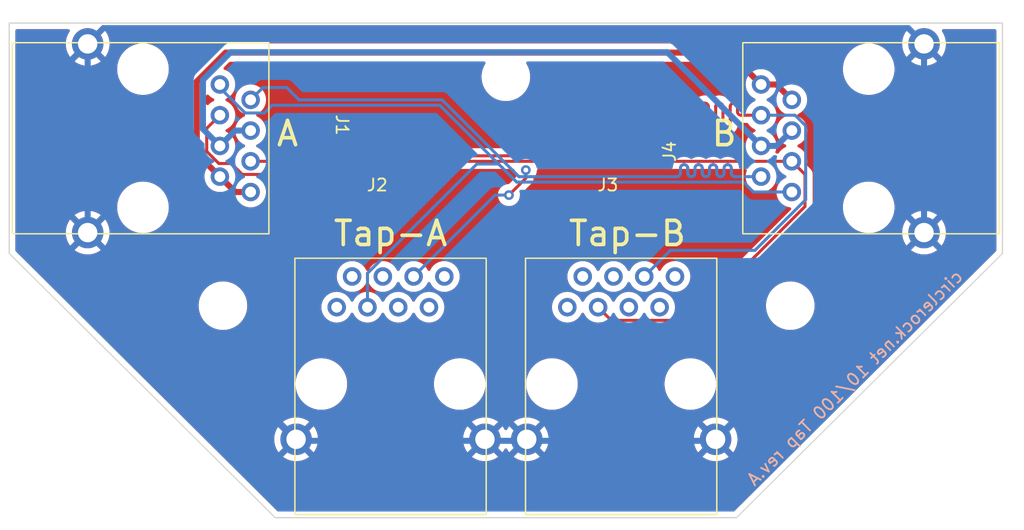
<source format=kicad_pcb>
(kicad_pcb (version 20211014) (generator pcbnew)
  (layers (0 "F.Cu" signal) (31 "B.Cu" signal) (34 "B.Paste" user) (35 "F.Paste" user) (36 "B.SilkS" user "B.Silkscreen") (37 "F.SilkS" user "F.Silkscreen") (38 "B.Mask" user) (39 "F.Mask" user) (44 "Edge.Cuts" user))
  (net 0 "")
  (net 1 "Net-(J1-Pad1)")
  (net 2 "Net-(J1-Pad2)")
  (net 3 "Net-(J1-Pad3)")
  (net 4 "Net-(J1-Pad4)")
  (net 5 "Net-(J1-Pad6)")
  (net 6 "Net-(J1-Pad7)")
  (net 7 "GND")
  (footprint "ProjectSpecificParts:Bel Fuse SS-90000-011" (layer "F.Cu") (at 109.728 40.132 -90)
    (fp_text reference "J1" (at -1.1 -10.1 -90 unlocked) (layer "F.SilkS"))
    (fp_text value "Device_A")
    (fp_rect (start -7.9 17.15) (end 7.9 -4.05) (layer "F.SilkS") (width 0.12) (fill none))
    (pad "" np_thru_hole circle (at -5.715 6.35 270) (size 3.25 3.25) (drill 3.25) (layers F&B.Cu *.Mask))
    (pad "" np_thru_hole circle (at 5.715 6.35 270) (size 3.25 3.25) (drill 3.25) (layers F&B.Cu *.Mask))
    (pad "1" thru_hole circle (at -4.445 0 270) (size 1.524 1.524) (drill 0.9) (layers *.Cu *.Mask) (net 1 "Net-(J1-Pad1)"))
    (pad "2" thru_hole circle (at -3.175 -2.54 270) (size 1.524 1.524) (drill 0.9) (layers *.Cu *.Mask) (net 2 "Net-(J1-Pad2)"))
    (pad "3" thru_hole circle (at -1.905 0 270) (size 1.524 1.524) (drill 0.9) (layers *.Cu *.Mask) (net 3 "Net-(J1-Pad3)"))
    (pad "4" thru_hole circle (at -0.635 -2.54 270) (size 1.524 1.524) (drill 0.9) (layers *.Cu *.Mask) (net 4 "Net-(J1-Pad4)"))
    (pad "5" thru_hole circle (at 0.635 0 270) (size 1.524 1.524) (drill 0.9) (layers *.Cu *.Mask) (net 4 "Net-(J1-Pad4)"))
    (pad "6" thru_hole circle (at 1.905 -2.54 270) (size 1.524 1.524) (drill 0.9) (layers *.Cu *.Mask) (net 5 "Net-(J1-Pad6)"))
    (pad "7" thru_hole circle (at 3.175 0 270) (size 1.524 1.524) (drill 0.9) (layers *.Cu *.Mask) (net 6 "Net-(J1-Pad7)"))
    (pad "8" thru_hole circle (at 4.445 -2.54 270) (size 1.524 1.524) (drill 0.9) (layers *.Cu *.Mask) (net 6 "Net-(J1-Pad7)"))
    (pad "SH" thru_hole circle (at 7.8 10.92 270) (size 2.6 2.6) (drill 1.6) (layers *.Cu *.Mask) (net 7 "GND"))
    (pad "SH" thru_hole circle (at -7.8 10.92) (size 2.6 2.6) (drill 1.6) (layers *.Cu *.Mask) (net 7 "GND"))
  )
  (footprint "MountingHole:MountingHole_3mm" (layer "F.Cu") (at 109.982 53.975)
    (fp_text reference "REF**" hide)
    (fp_text value "MountingHole_3mm")
    (pad "" np_thru_hole circle (at 0 0) (size 3 3) (drill 3) (layers *.Cu *.Mask))
  )
  (footprint "ProjectSpecificParts:Bel Fuse SS-90000-011" (layer "F.Cu") (at 156.972 40.132 90)
    (fp_text reference "J4" (at -1.1 -10.1 90 unlocked) (layer "F.SilkS"))
    (fp_text value "Device_B")
    (fp_rect (start -7.9 17.15) (end 7.9 -4.05) (layer "F.SilkS") (width 0.12) (fill none))
    (pad "" np_thru_hole circle (at -5.715 6.35 90) (size 3.25 3.25) (drill 3.25) (layers F&B.Cu *.Mask))
    (pad "" np_thru_hole circle (at 5.715 6.35 90) (size 3.25 3.25) (drill 3.25) (layers F&B.Cu *.Mask))
    (pad "1" thru_hole circle (at -4.445 0 90) (size 1.524 1.524) (drill 0.9) (layers *.Cu *.Mask) (net 1 "Net-(J1-Pad1)"))
    (pad "2" thru_hole circle (at -3.175 -2.54 90) (size 1.524 1.524) (drill 0.9) (layers *.Cu *.Mask) (net 2 "Net-(J1-Pad2)"))
    (pad "3" thru_hole circle (at -1.905 0 90) (size 1.524 1.524) (drill 0.9) (layers *.Cu *.Mask) (net 3 "Net-(J1-Pad3)"))
    (pad "4" thru_hole circle (at -0.635 -2.54 90) (size 1.524 1.524) (drill 0.9) (layers *.Cu *.Mask) (net 4 "Net-(J1-Pad4)"))
    (pad "5" thru_hole circle (at 0.635 0 90) (size 1.524 1.524) (drill 0.9) (layers *.Cu *.Mask) (net 4 "Net-(J1-Pad4)"))
    (pad "6" thru_hole circle (at 1.905 -2.54 90) (size 1.524 1.524) (drill 0.9) (layers *.Cu *.Mask) (net 5 "Net-(J1-Pad6)"))
    (pad "7" thru_hole circle (at 3.175 0 90) (size 1.524 1.524) (drill 0.9) (layers *.Cu *.Mask) (net 6 "Net-(J1-Pad7)"))
    (pad "8" thru_hole circle (at 4.445 -2.54 90) (size 1.524 1.524) (drill 0.9) (layers *.Cu *.Mask) (net 6 "Net-(J1-Pad7)"))
    (pad "SH" thru_hole circle (at -7.8 10.92 180) (size 2.6 2.6) (drill 1.6) (layers *.Cu *.Mask) (net 7 "GND"))
    (pad "SH" thru_hole circle (at 7.8 10.92 90) (size 2.6 2.6) (drill 1.6) (layers *.Cu *.Mask) (net 7 "GND"))
  )
  (footprint "MountingHole:MountingHole_3mm" (layer "F.Cu") (at 156.845 54.102)
    (fp_text reference "REF**" hide)
    (fp_text value "MountingHole_3mm")
    (pad "" np_thru_hole circle (at 0 0) (size 3 3) (drill 3) (layers F&B.Cu *.Mask))
  )
  (footprint "ProjectSpecificParts:Bel Fuse SS-90000-011" (layer "F.Cu") (at 123.825 54.102)
    (fp_text reference "J2" (at -1.1 -10.1 unlocked) (layer "F.SilkS"))
    (fp_text value "Sniff_A")
    (fp_rect (start -7.9 17.15) (end 7.9 -4.05) (layer "F.SilkS") (width 0.12) (fill none))
    (pad "" np_thru_hole circle (at 5.715 6.35) (size 3.25 3.25) (drill 3.25) (layers F&B.Cu *.Mask))
    (pad "" np_thru_hole circle (at -5.715 6.35) (size 3.25 3.25) (drill 3.25) (layers F&B.Cu *.Mask))
    (pad "1" thru_hole circle (at -4.445 0) (size 1.524 1.524) (drill 0.9) (layers *.Cu *.Mask))
    (pad "2" thru_hole circle (at -3.175 -2.54) (size 1.524 1.524) (drill 0.9) (layers *.Cu *.Mask))
    (pad "3" thru_hole circle (at -1.905 0) (size 1.524 1.524) (drill 0.9) (layers *.Cu *.Mask) (net 1 "Net-(J1-Pad1)"))
    (pad "4" thru_hole circle (at -0.635 -2.54) (size 1.524 1.524) (drill 0.9) (layers *.Cu *.Mask))
    (pad "5" thru_hole circle (at 0.635 0) (size 1.524 1.524) (drill 0.9) (layers *.Cu *.Mask))
    (pad "6" thru_hole circle (at 1.905 -2.54) (size 1.524 1.524) (drill 0.9) (layers *.Cu *.Mask) (net 2 "Net-(J1-Pad2)"))
    (pad "7" thru_hole circle (at 3.175 0) (size 1.524 1.524) (drill 0.9) (layers *.Cu *.Mask))
    (pad "8" thru_hole circle (at 4.445 -2.54) (size 1.524 1.524) (drill 0.9) (layers *.Cu *.Mask))
    (pad "SH" thru_hole circle (at -7.8 10.92 90) (size 2.6 2.6) (drill 1.6) (layers *.Cu *.Mask) (net 7 "GND"))
    (pad "SH" thru_hole circle (at 7.8 10.92) (size 2.6 2.6) (drill 1.6) (layers *.Cu *.Mask) (net 7 "GND"))
  )
  (footprint "ProjectSpecificParts:Bel Fuse SS-90000-011" (layer "F.Cu") (at 142.875 54.102)
    (fp_text reference "J3" (at -1.1 -10.1 unlocked) (layer "F.SilkS"))
    (fp_text value "Sniff_B")
    (fp_rect (start -7.9 17.15) (end 7.9 -4.05) (layer "F.SilkS") (width 0.12) (fill none))
    (pad "" np_thru_hole circle (at 5.715 6.35) (size 3.25 3.25) (drill 3.25) (layers F&B.Cu *.Mask))
    (pad "" np_thru_hole circle (at -5.715 6.35) (size 3.25 3.25) (drill 3.25) (layers F&B.Cu *.Mask))
    (pad "1" thru_hole circle (at -4.445 0) (size 1.524 1.524) (drill 0.9) (layers *.Cu *.Mask))
    (pad "2" thru_hole circle (at -3.175 -2.54) (size 1.524 1.524) (drill 0.9) (layers *.Cu *.Mask))
    (pad "3" thru_hole circle (at -1.905 0) (size 1.524 1.524) (drill 0.9) (layers *.Cu *.Mask) (net 3 "Net-(J1-Pad3)"))
    (pad "4" thru_hole circle (at -0.635 -2.54) (size 1.524 1.524) (drill 0.9) (layers *.Cu *.Mask))
    (pad "5" thru_hole circle (at 0.635 0) (size 1.524 1.524) (drill 0.9) (layers *.Cu *.Mask))
    (pad "6" thru_hole circle (at 1.905 -2.54) (size 1.524 1.524) (drill 0.9) (layers *.Cu *.Mask) (net 5 "Net-(J1-Pad6)"))
    (pad "7" thru_hole circle (at 3.175 0) (size 1.524 1.524) (drill 0.9) (layers *.Cu *.Mask))
    (pad "8" thru_hole circle (at 4.445 -2.54) (size 1.524 1.524) (drill 0.9) (layers *.Cu *.Mask))
    (pad "SH" thru_hole circle (at 7.8 10.92) (size 2.6 2.6) (drill 1.6) (layers *.Cu *.Mask) (net 7 "GND"))
    (pad "SH" thru_hole circle (at -7.8 10.92 90) (size 2.6 2.6) (drill 1.6) (layers *.Cu *.Mask) (net 7 "GND"))
  )
  (footprint "MountingHole:MountingHole_3mm" (layer "F.Cu") (at 133.35 35.179)
    (fp_text reference "REF**" hide)
    (fp_text value "MountingHole_3mm")
    (pad "" np_thru_hole circle (at 0 0) (size 3 3) (drill 3) (layers F&B.Cu *.Mask))
  )
  (gr_line (start 92.329 30.607) (end 92.329 49.657) (layer "Edge.Cuts") (width 0.1))
  (gr_line (start 152.4 71.501) (end 174.371 49.657) (layer "Edge.Cuts") (width 0.1))
  (gr_line (start 92.329 49.657) (end 114.3 71.501) (layer "Edge.Cuts") (width 0.1))
  (gr_line (start 174.371 49.657) (end 174.371 30.607) (layer "Edge.Cuts") (width 0.1))
  (gr_line (start 174.371 30.607) (end 92.329 30.607) (layer "Edge.Cuts") (width 0.1))
  (gr_line (start 114.3 71.501) (end 152.4 71.501) (layer "Edge.Cuts") (width 0.1))
  (gr_text "circlerock.net 10/100 Tap rev.A" (at 162.179 59.944 45) (layer "B.SilkS") (effects (font (size 1 1)) (justify mirror)))
  (gr_text "A" (at 115.316 39.751) (layer "F.SilkS") (effects (font (size 2 2) (thickness 0.3))))
  (gr_text "Tap-B" (at 143.383 48.006) (layer "F.SilkS") (effects (font (size 2 2) (thickness 0.3))))
  (gr_text "Tap-A" (at 123.825 48.006) (layer "F.SilkS") (effects (font (size 2 2) (thickness 0.3))))
  (gr_text "B" (at 151.384 39.751) (layer "F.SilkS") (effects (font (size 2 2) (thickness 0.3))))
  (segment (start 109.728 35.687) (end 109.728 35.954251) (width 0.25) (layer "B.Cu") (net 1))
  (segment (start 134.243104 43.757) (end 152.977 43.757) (width 0.25) (layer "B.Cu") (net 1))
  (segment (start 153.797 44.577) (end 156.972 44.577) (width 0.25) (layer "B.Cu") (net 1))
  (segment (start 127.893104 37.407) (end 132.746052 42.259948) (width 0.25) (layer "B.Cu") (net 1))
  (segment (start 152.977 43.757) (end 153.797 44.577) (width 0.25) (layer "B.Cu") (net 1))
  (segment (start 132.746052 42.259948) (end 130.954801 42.259948) (width 0.25) (layer "B.Cu") (net 1))
  (segment (start 114.046 37.407) (end 127.893104 37.407) (width 0.25) (layer "B.Cu") (net 1))
  (segment (start 130.954801 42.259948) (end 121.92 51.294749) (width 0.25) (layer "B.Cu") (net 1))
  (segment (start 109.728 35.954251) (end 111.817749 38.044) (width 0.25) (layer "B.Cu") (net 1))
  (segment (start 113.409 38.044) (end 114.046 37.407) (width 0.25) (layer "B.Cu") (net 1))
  (segment (start 121.92 51.294749) (end 121.92 54.102) (width 0.25) (layer "B.Cu") (net 1))
  (segment (start 132.746052 42.259948) (end 133.063552 42.577448) (width 0.25) (layer "B.Cu") (net 1))
  (segment (start 133.063552 42.577448) (end 134.243104 43.757) (width 0.25) (layer "B.Cu") (net 1))
  (segment (start 111.817749 38.044) (end 113.409 38.044) (width 0.25) (layer "B.Cu") (net 1))
  (segment (start 133.604 44.831) (end 135.001 43.434) (width 0.25) (layer "F.Cu") (net 2))
  (segment (start 135.001 43.434) (end 135.001 42.7615) (width 0.25) (layer "F.Cu") (net 2))
  (via (at 133.604 44.831) (size 0.8) (drill 0.4) (layers "F.Cu" "B.Cu") (net 2))
  (via (at 135.001 42.7615) (size 0.8) (drill 0.4) (layers "F.Cu" "B.Cu") (net 2))
  (segment (start 149.573 42.607) (end 149.573 43.007) (width 0.25) (layer "B.Cu") (net 2))
  (segment (start 151.973 42.607) (end 151.973 43.007) (width 0.25) (layer "B.Cu") (net 2))
  (segment (start 115.2525 35.941) (end 116.2685 36.957) (width 0.25) (layer "B.Cu") (net 2))
  (segment (start 151.373 43.007) (end 151.373 42.607) (width 0.25) (layer "B.Cu") (net 2))
  (segment (start 134.4295 43.307) (end 135.001 43.307) (width 0.25) (layer "B.Cu") (net 2))
  (segment (start 116.2685 36.957) (end 128.0795 36.957) (width 0.25) (layer "B.Cu") (net 2))
  (segment (start 135.001 42.7615) (end 135.001 43.307) (width 0.25) (layer "B.Cu") (net 2))
  (segment (start 135.001 43.307) (end 147.473 43.307) (width 0.25) (layer "B.Cu") (net 2))
  (segment (start 148.973 43.007) (end 148.973 42.607) (width 0.25) (layer "B.Cu") (net 2))
  (segment (start 125.73 51.562) (end 132.461 44.831) (width 0.25) (layer "B.Cu") (net 2))
  (segment (start 112.268 36.957) (end 113.284 35.941) (width 0.25) (layer "B.Cu") (net 2))
  (segment (start 148.373 42.607) (end 148.373 43.007) (width 0.25) (layer "B.Cu") (net 2))
  (segment (start 150.773 42.607) (end 150.773 43.007) (width 0.25) (layer "B.Cu") (net 2))
  (segment (start 150.173 43.007) (end 150.173 42.607) (width 0.25) (layer "B.Cu") (net 2))
  (segment (start 113.284 35.941) (end 115.2525 35.941) (width 0.25) (layer "B.Cu") (net 2))
  (segment (start 128.0795 36.957) (end 134.4295 43.307) (width 0.25) (layer "B.Cu") (net 2))
  (segment (start 132.461 44.831) (end 133.604 44.831) (width 0.25) (layer "B.Cu") (net 2))
  (segment (start 147.773 43.007) (end 147.773 42.607) (width 0.25) (layer "B.Cu") (net 2))
  (segment (start 152.273 43.307) (end 154.432 43.307) (width 0.25) (layer "B.Cu") (net 2))
  (arc (start 148.073 42.307) (mid 148.285132 42.394868) (end 148.373 42.607) (width 0.25) (layer "B.Cu") (net 2))
  (arc (start 150.473 42.307) (mid 150.685132 42.394868) (end 150.773 42.607) (width 0.25) (layer "B.Cu") (net 2))
  (arc (start 148.673 43.307) (mid 148.885132 43.219132) (end 148.973 43.007) (width 0.25) (layer "B.Cu") (net 2))
  (arc (start 151.373 42.607) (mid 151.460868 42.394868) (end 151.673 42.307) (width 0.25) (layer "B.Cu") (net 2))
  (arc (start 151.073 43.307) (mid 151.285132 43.219132) (end 151.373 43.007) (width 0.25) (layer "B.Cu") (net 2))
  (arc (start 149.273 42.307) (mid 149.485132 42.394868) (end 149.573 42.607) (width 0.25) (layer "B.Cu") (net 2))
  (arc (start 150.773 43.007) (mid 150.860868 43.219132) (end 151.073 43.307) (width 0.25) (layer "B.Cu") (net 2))
  (arc (start 151.973 43.007) (mid 152.060868 43.219132) (end 152.273 43.307) (width 0.25) (layer "B.Cu") (net 2))
  (arc (start 147.473 43.307) (mid 147.685132 43.219132) (end 147.773 43.007) (width 0.25) (layer "B.Cu") (net 2))
  (arc (start 148.973 42.607) (mid 149.060868 42.394868) (end 149.273 42.307) (width 0.25) (layer "B.Cu") (net 2))
  (arc (start 147.773 42.607) (mid 147.860868 42.394868) (end 148.073 42.307) (width 0.25) (layer "B.Cu") (net 2))
  (arc (start 151.673 42.307) (mid 151.885132 42.394868) (end 151.973 42.607) (width 0.25) (layer "B.Cu") (net 2))
  (arc (start 148.373 43.007) (mid 148.460868 43.219132) (end 148.673 43.307) (width 0.25) (layer "B.Cu") (net 2))
  (arc (start 149.573 43.007) (mid 149.660868 43.219132) (end 149.873 43.307) (width 0.25) (layer "B.Cu") (net 2))
  (arc (start 149.873 43.307) (mid 150.085132 43.219132) (end 150.173 43.007) (width 0.25) (layer "B.Cu") (net 2))
  (arc (start 150.173 42.607) (mid 150.260868 42.394868) (end 150.473 42.307) (width 0.25) (layer "B.Cu") (net 2))
  (segment (start 108.641 41.217251) (end 109.643749 42.22) (width 0.25) (layer "F.Cu") (net 3))
  (segment (start 109.643749 42.22) (end 110.673 42.22) (width 0.25) (layer "F.Cu") (net 3))
  (segment (start 156.972 42.037) (end 158.059 43.124) (width 0.25) (layer "F.Cu") (net 3))
  (segment (start 148.646 55.189) (end 142.057 55.189) (width 0.25) (layer "F.Cu") (net 3))
  (segment (start 108.641 39.314) (end 108.641 41.217251) (width 0.25) (layer "F.Cu") (net 3))
  (segment (start 111.577 43.124) (end 113.536 43.124) (width 0.25) (layer "F.Cu") (net 3))
  (segment (start 158.059 43.124) (end 158.059 45.776) (width 0.25) (layer "F.Cu") (net 3))
  (segment (start 109.728 38.227) (end 108.641 39.314) (width 0.25) (layer "F.Cu") (net 3))
  (segment (start 114.623 42.037) (end 156.972 42.037) (width 0.25) (layer "F.Cu") (net 3))
  (segment (start 110.673 42.22) (end 111.577 43.124) (width 0.25) (layer "F.Cu") (net 3))
  (segment (start 113.536 43.124) (end 114.623 42.037) (width 0.25) (layer "F.Cu") (net 3))
  (segment (start 142.057 55.189) (end 140.97 54.102) (width 0.25) (layer "F.Cu") (net 3))
  (segment (start 158.059 45.776) (end 148.646 55.189) (width 0.25) (layer "F.Cu") (net 3))
  (segment (start 108.331 35.306) (end 108.331 39.37) (width 0.5) (layer "B.Cu") (net 4))
  (segment (start 110.617 33.02) (end 108.331 35.306) (width 0.5) (layer "B.Cu") (net 4))
  (segment (start 110.998 39.497) (end 109.728 40.767) (width 0.5) (layer "B.Cu") (net 4))
  (segment (start 154.432 40.767) (end 155.702 40.767) (width 0.5) (layer "B.Cu") (net 4))
  (segment (start 154.432 40.767) (end 146.685 33.02) (width 0.5) (layer "B.Cu") (net 4))
  (segment (start 155.702 40.767) (end 156.972 39.497) (width 0.5) (layer "B.Cu") (net 4))
  (segment (start 112.268 39.497) (end 110.998 39.497) (width 0.5) (layer "B.Cu") (net 4))
  (segment (start 146.685 33.02) (end 110.617 33.02) (width 0.5) (layer "B.Cu") (net 4))
  (segment (start 108.331 39.37) (end 109.728 40.767) (width 0.5) (layer "B.Cu") (net 4))
  (segment (start 150.081 38.927) (end 150.081 37.527) (width 0.25) (layer "F.Cu") (net 5))
  (segment (start 148.881 38.927) (end 148.881 38.527) (width 0.25) (layer "F.Cu") (net 5))
  (segment (start 148.581 38.227) (end 148.082 38.227) (width 0.25) (layer "F.Cu") (net 5))
  (segment (start 144.722 41.587) (end 114.436604 41.587) (width 0.25) (layer "F.Cu") (net 5))
  (segment (start 113.986604 42.037) (end 112.268 42.037) (width 0.25) (layer "F.Cu") (net 5))
  (segment (start 148.082 38.227) (end 144.722 41.587) (width 0.25) (layer "F.Cu") (net 5))
  (segment (start 114.436604 41.587) (end 113.986604 42.037) (width 0.25) (layer "F.Cu") (net 5))
  (segment (start 151.281 38.927) (end 151.281 37.527) (width 0.25) (layer "F.Cu") (net 5))
  (segment (start 152.481 37.927) (end 152.481 37.527) (width 0.25) (layer "F.Cu") (net 5))
  (segment (start 150.681 37.527) (end 150.681 38.927) (width 0.25) (layer "F.Cu") (net 5))
  (segment (start 154.432 38.227) (end 152.781 38.227) (width 0.25) (layer "F.Cu") (net 5))
  (segment (start 149.481 37.527) (end 149.481 38.927) (width 0.25) (layer "F.Cu") (net 5))
  (segment (start 151.881 37.527) (end 151.881 38.927) (width 0.25) (layer "F.Cu") (net 5))
  (arc (start 151.581 39.227) (mid 151.368868 39.139132) (end 151.281 38.927) (width 0.25) (layer "F.Cu") (net 5))
  (arc (start 150.081 37.527) (mid 149.993132 37.314868) (end 149.781 37.227) (width 0.25) (layer "F.Cu") (net 5))
  (arc (start 151.281 37.527) (mid 151.193132 37.314868) (end 150.981 37.227) (width 0.25) (layer "F.Cu") (net 5))
  (arc (start 150.381 39.227) (mid 150.168868 39.139132) (end 150.081 38.927) (width 0.25) (layer "F.Cu") (net 5))
  (arc (start 150.681 38.927) (mid 150.593132 39.139132) (end 150.381 39.227) (width 0.25) (layer "F.Cu") (net 5))
  (arc (start 152.481 37.527) (mid 152.393132 37.314868) (end 152.181 37.227) (width 0.25) (layer "F.Cu") (net 5))
  (arc (start 151.881 38.927) (mid 151.793132 39.139132) (end 151.581 39.227) (width 0.25) (layer "F.Cu") (net 5))
  (arc (start 149.481 38.927) (mid 149.393132 39.139132) (end 149.181 39.227) (width 0.25) (layer "F.Cu") (net 5))
  (arc (start 148.881 38.527) (mid 148.793132 38.314868) (end 148.581 38.227) (width 0.25) (layer "F.Cu") (net 5))
  (arc (start 149.781 37.227) (mid 149.568868 37.314868) (end 149.481 37.527) (width 0.25) (layer "F.Cu") (net 5))
  (arc (start 152.781 38.227) (mid 152.568868 38.139132) (end 152.481 37.927) (width 0.25) (layer "F.Cu") (net 5))
  (arc (start 149.181 39.227) (mid 148.968868 39.139132) (end 148.881 38.927) (width 0.25) (layer "F.Cu") (net 5))
  (arc (start 150.981 37.227) (mid 150.768868 37.314868) (end 150.681 37.527) (width 0.25) (layer "F.Cu") (net 5))
  (arc (start 152.181 37.227) (mid 151.968868 37.314868) (end 151.881 37.527) (width 0.25) (layer "F.Cu") (net 5))
  (segment (start 144.78 51.562) (end 146.939 49.403) (width 0.25) (layer "B.Cu") (net 5))
  (segment (start 158.115 39.102749) (end 157.239251 38.227) (width 0.25) (layer "B.Cu") (net 5))
  (segment (start 146.939 49.403) (end 153.924 49.403) (width 0.25) (layer "B.Cu") (net 5))
  (segment (start 157.239251 38.227) (end 154.432 38.227) (width 0.25) (layer "B.Cu") (net 5))
  (segment (start 158.115 45.212) (end 158.115 39.102749) (width 0.25) (layer "B.Cu") (net 5))
  (segment (start 153.924 49.403) (end 158.115 45.212) (width 0.25) (layer "B.Cu") (net 5))
  (segment (start 107.823 35.433) (end 110.204001 33.051999) (width 0.5) (layer "F.Cu") (net 6))
  (segment (start 154.432 35.687) (end 155.702 35.687) (width 0.5) (layer "F.Cu") (net 6))
  (segment (start 109.728 43.307) (end 107.823 41.402) (width 0.5) (layer "F.Cu") (net 6))
  (segment (start 110.998 44.577) (end 109.728 43.307) (width 0.5) (layer "F.Cu") (net 6))
  (segment (start 107.823 41.402) (end 107.823 35.433) (width 0.5) (layer "F.Cu") (net 6))
  (segment (start 155.702 35.687) (end 156.972 36.957) (width 0.5) (layer "F.Cu") (net 6))
  (segment (start 112.268 44.577) (end 110.998 44.577) (width 0.5) (layer "F.Cu") (net 6))
  (segment (start 110.204001 33.051999) (end 151.796999 33.051999) (width 0.5) (layer "F.Cu") (net 6))
  (segment (start 151.796999 33.051999) (end 154.432 35.687) (width 0.5) (layer "F.Cu") (net 6))
  (segment (start 115.898 65.022) (end 116.025 65.022) (width 0.5) (layer "B.Cu") (net 7))
  (segment (start 98.808 47.932) (end 115.898 65.022) (width 0.5) (layer "B.Cu") (net 7))
  (segment (start 167.892 47.932) (end 150.802 65.022) (width 0.5) (layer "B.Cu") (net 7))
  (segment (start 150.802 65.022) (end 150.675 65.022) (width 0.5) (layer "B.Cu") (net 7))
  (segment (start 115.99 65.114) (end 115.99 65.149) (width 0.5) (layer "B.Cu") (net 7))
  (segment (start 115.99 65.149) (end 150.675 65.149) (width 0.5) (layer "B.Cu") (net 7))
  (segment (start 100.108 31.032) (end 98.808 32.332) (width 0.5) (layer "B.Cu") (net 7))
  (segment (start 167.892 32.332) (end 166.592 31.032) (width 0.5) (layer "B.Cu") (net 7))
  (segment (start 166.592 31.032) (end 100.108 31.032) (width 0.5) (layer "B.Cu") (net 7))
  (segment (start 98.808 32.332) (end 98.808 47.932) (width 0.5) (layer "B.Cu") (net 7))
  (segment (start 167.892 32.332) (end 167.892 47.932) (width 0.5) (layer "B.Cu") (net 7))
  (zone (net 7) (net_name "GND") (layers F&B.Cu) (connect_pads (clearance 0.508)) (min_thickness 0.254) (fill yes (thermal_gap 0.508) (thermal_bridge_width 0.508) (island_removal_mode 1) (island_area_min 0))
    (polygon (pts (xy 175.643878 72.523354) (xy 91.823878 72.396354) (xy 91.567 29.591) (xy 176.149 28.702)))
  )
)
</source>
